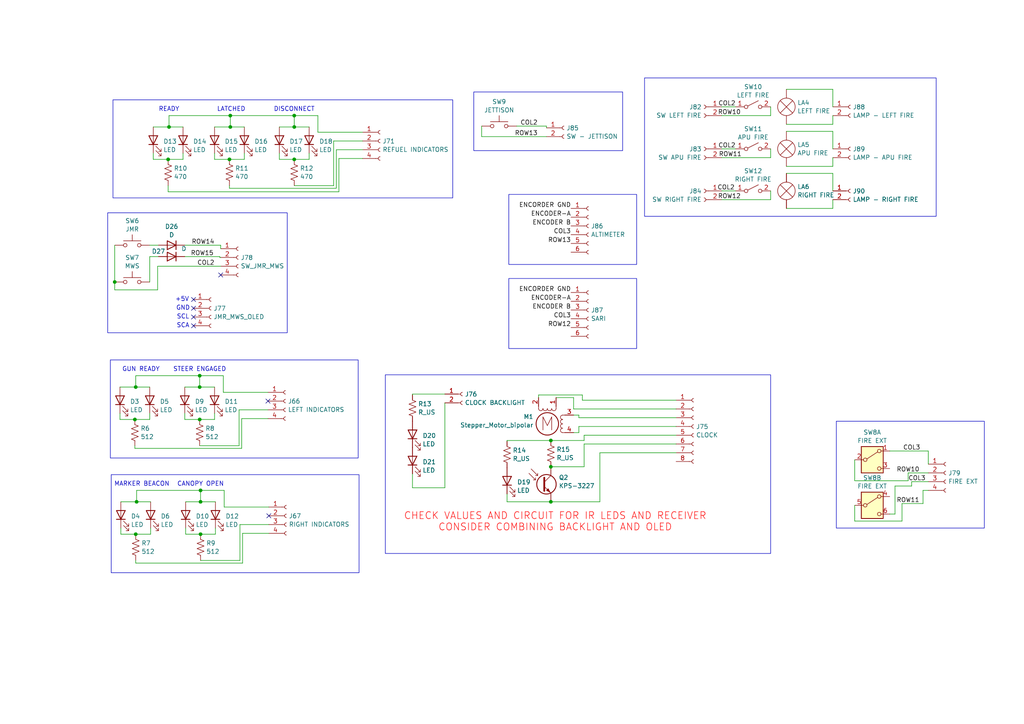
<source format=kicad_sch>
(kicad_sch (version 20231120) (generator "eeschema") (generator_version "8.0")
  (paper "A4")
  (lib_symbols
    (symbol "Connector:Conn_01x02_Socket" (pin_names (offset 1.016) hide)
      (property "Reference" "J" (at 0 2.54 0))
      (property "Value" "Conn_01x02_Socket" (at 0 -5.08 0))
      (symbol "Conn_01x02_Socket_1_1"
        (arc (start 0 -2.032) (mid -0.5058 -2.54) (end 0 -3.048) (stroke (width 0.1524)))
        (polyline (pts (xy -1.27 -2.54) (xy -0.508 -2.54)) (stroke (width 0.1524)))
        (polyline (pts (xy -1.27 0) (xy -0.508 0)) (stroke (width 0.1524)))
        (arc (start 0 0.508) (mid -0.5058 0) (end 0 -0.508) (stroke (width 0.1524)))
        (pin passive line (at -5.08 0 0) (length 3.81) (name "Pin_1") (number "1"))
        (pin passive line (at -5.08 -2.54 0) (length 3.81) (name "Pin_2") (number "2"))
      )
    )
    (symbol "Connector:Conn_01x04_Socket" (pin_names (offset 1.016) hide)
      (property "Reference" "J" (at 0 5.08 0))
      (property "Value" "Conn_01x04_Socket" (at 0 -7.62 0))
      (symbol "Conn_01x04_Socket_1_1"
        (arc (start 0 -4.572) (mid -0.5058 -5.08) (end 0 -5.588) (stroke (width 0.1524)))
        (arc (start 0 -2.032) (mid -0.5058 -2.54) (end 0 -3.048) (stroke (width 0.1524)))
        (polyline (pts (xy -1.27 -5.08) (xy -0.508 -5.08)) (stroke (width 0.1524)))
        (polyline (pts (xy -1.27 -2.54) (xy -0.508 -2.54)) (stroke (width 0.1524)))
        (polyline (pts (xy -1.27 0) (xy -0.508 0)) (stroke (width 0.1524)))
        (polyline (pts (xy -1.27 2.54) (xy -0.508 2.54)) (stroke (width 0.1524)))
        (arc (start 0 0.508) (mid -0.5058 0) (end 0 -0.508) (stroke (width 0.1524)))
        (arc (start 0 3.048) (mid -0.5058 2.54) (end 0 2.032) (stroke (width 0.1524)))
        (pin passive line (at -5.08 2.54 0) (length 3.81) (name "Pin_1") (number "1"))
        (pin passive line (at -5.08 0 0) (length 3.81) (name "Pin_2") (number "2"))
        (pin passive line (at -5.08 -2.54 0) (length 3.81) (name "Pin_3") (number "3"))
        (pin passive line (at -5.08 -5.08 0) (length 3.81) (name "Pin_4") (number "4"))
      )
    )
    (symbol "Connector:Conn_01x06_Female" (pin_names (offset 1.016) hide)
      (property "Reference" "J" (at 0 7.62 0))
      (property "Value" "Conn_01x06_Female" (at 0 -10.16 0))
      (symbol "Conn_01x06_Female_1_1"
        (arc (start 0 -7.112) (mid -0.5058 -7.62) (end 0 -8.128) (stroke (width 0.1524)))
        (arc (start 0 -4.572) (mid -0.5058 -5.08) (end 0 -5.588) (stroke (width 0.1524)))
        (arc (start 0 -2.032) (mid -0.5058 -2.54) (end 0 -3.048) (stroke (width 0.1524)))
        (polyline (pts (xy -1.27 -7.62) (xy -0.508 -7.62)) (stroke (width 0.1524)))
        (polyline (pts (xy -1.27 -5.08) (xy -0.508 -5.08)) (stroke (width 0.1524)))
        (polyline (pts (xy -1.27 -2.54) (xy -0.508 -2.54)) (stroke (width 0.1524)))
        (polyline (pts (xy -1.27 0) (xy -0.508 0)) (stroke (width 0.1524)))
        (polyline (pts (xy -1.27 2.54) (xy -0.508 2.54)) (stroke (width 0.1524)))
        (polyline (pts (xy -1.27 5.08) (xy -0.508 5.08)) (stroke (width 0.1524)))
        (arc (start 0 0.508) (mid -0.5058 0) (end 0 -0.508) (stroke (width 0.1524)))
        (arc (start 0 3.048) (mid -0.5058 2.54) (end 0 2.032) (stroke (width 0.1524)))
        (arc (start 0 5.588) (mid -0.5058 5.08) (end 0 4.572) (stroke (width 0.1524)))
        (pin passive line (at -5.08 5.08 0) (length 3.81) (name "Pin_1") (number "1"))
        (pin passive line (at -5.08 2.54 0) (length 3.81) (name "Pin_2") (number "2"))
        (pin passive line (at -5.08 0 0) (length 3.81) (name "Pin_3") (number "3"))
        (pin passive line (at -5.08 -2.54 0) (length 3.81) (name "Pin_4") (number "4"))
        (pin passive line (at -5.08 -5.08 0) (length 3.81) (name "Pin_5") (number "5"))
        (pin passive line (at -5.08 -7.62 0) (length 3.81) (name "Pin_6") (number "6"))
      )
    )
    (symbol "Connector:Conn_01x08_Socket" (pin_names (offset 1.016) hide)
      (property "Reference" "J" (at 0 10.16 0))
      (property "Value" "Conn_01x08_Socket" (at 0 -12.7 0))
      (symbol "Conn_01x08_Socket_1_1"
        (arc (start 0 -9.652) (mid -0.5058 -10.16) (end 0 -10.668) (stroke (width 0.1524)))
        (arc (start 0 -7.112) (mid -0.5058 -7.62) (end 0 -8.128) (stroke (width 0.1524)))
        (arc (start 0 -4.572) (mid -0.5058 -5.08) (end 0 -5.588) (stroke (width 0.1524)))
        (arc (start 0 -2.032) (mid -0.5058 -2.54) (end 0 -3.048) (stroke (width 0.1524)))
        (polyline (pts (xy -1.27 -10.16) (xy -0.508 -10.16)) (stroke (width 0.1524)))
        (polyline (pts (xy -1.27 -7.62) (xy -0.508 -7.62)) (stroke (width 0.1524)))
        (polyline (pts (xy -1.27 -5.08) (xy -0.508 -5.08)) (stroke (width 0.1524)))
        (polyline (pts (xy -1.27 -2.54) (xy -0.508 -2.54)) (stroke (width 0.1524)))
        (polyline (pts (xy -1.27 0) (xy -0.508 0)) (stroke (width 0.1524)))
        (polyline (pts (xy -1.27 2.54) (xy -0.508 2.54)) (stroke (width 0.1524)))
        (polyline (pts (xy -1.27 5.08) (xy -0.508 5.08)) (stroke (width 0.1524)))
        (polyline (pts (xy -1.27 7.62) (xy -0.508 7.62)) (stroke (width 0.1524)))
        (arc (start 0 0.508) (mid -0.5058 0) (end 0 -0.508) (stroke (width 0.1524)))
        (arc (start 0 3.048) (mid -0.5058 2.54) (end 0 2.032) (stroke (width 0.1524)))
        (arc (start 0 5.588) (mid -0.5058 5.08) (end 0 4.572) (stroke (width 0.1524)))
        (arc (start 0 8.128) (mid -0.5058 7.62) (end 0 7.112) (stroke (width 0.1524)))
        (pin passive line (at -5.08 7.62 0) (length 3.81) (name "Pin_1") (number "1"))
        (pin passive line (at -5.08 5.08 0) (length 3.81) (name "Pin_2") (number "2"))
        (pin passive line (at -5.08 2.54 0) (length 3.81) (name "Pin_3") (number "3"))
        (pin passive line (at -5.08 0 0) (length 3.81) (name "Pin_4") (number "4"))
        (pin passive line (at -5.08 -2.54 0) (length 3.81) (name "Pin_5") (number "5"))
        (pin passive line (at -5.08 -5.08 0) (length 3.81) (name "Pin_6") (number "6"))
        (pin passive line (at -5.08 -7.62 0) (length 3.81) (name "Pin_7") (number "7"))
        (pin passive line (at -5.08 -10.16 0) (length 3.81) (name "Pin_8") (number "8"))
      )
    )
    (symbol "Device:D" (pin_numbers hide) (pin_names (offset 1.016) hide)
      (property "Reference" "D" (at 0 2.54 0))
      (property "Value" "D" (at 0 -2.54 0))
      (symbol "D_0_1"
        (polyline (pts (xy -1.27 1.27) (xy -1.27 -1.27)) (stroke (width 0.254)))
        (polyline (pts (xy 1.27 0) (xy -1.27 0)))
        (polyline (pts (xy 1.27 1.27) (xy 1.27 -1.27) (xy -1.27 0) (xy 1.27 1.27)) (stroke (width 0.254)))
      )
      (symbol "D_1_1"
        (pin passive line (at -3.81 0 0) (length 2.54) (name "K") (number "1"))
        (pin passive line (at 3.81 0 180) (length 2.54) (name "A") (number "2"))
      )
    )
    (symbol "Device:LED" (pin_numbers hide) (pin_names (offset 1.016) hide)
      (property "Reference" "D" (at 0 2.54 0))
      (property "Value" "LED" (at 0 -2.54 0))
      (symbol "LED_0_1"
        (polyline (pts (xy -1.27 -1.27) (xy -1.27 1.27)) (stroke (width 0.254)))
        (polyline (pts (xy -1.27 0) (xy 1.27 0)))
        (polyline (pts (xy 1.27 -1.27) (xy 1.27 1.27) (xy -1.27 0) (xy 1.27 -1.27)) (stroke (width 0.254)))
        (polyline (pts (xy -3.048 -0.762) (xy -4.572 -2.286) (xy -3.81 -2.286) (xy -4.572 -2.286) (xy -4.572 -1.524)))
        (polyline (pts (xy -1.778 -0.762) (xy -3.302 -2.286) (xy -2.54 -2.286) (xy -3.302 -2.286) (xy -3.302 -1.524)))
      )
      (symbol "LED_1_1"
        (pin passive line (at -3.81 0 0) (length 2.54) (name "K") (number "1"))
        (pin passive line (at 3.81 0 180) (length 2.54) (name "A") (number "2"))
      )
    )
    (symbol "Device:Lamp" (pin_numbers hide) (pin_names (offset 0.0254) hide)
      (property "Reference" "LA" (at 0.635 3.81 0))
      (property "Value" "Lamp" (at 0.635 -3.81 0))
      (symbol "Lamp_0_1"
        (polyline (pts (xy -1.778 1.778) (xy 1.778 -1.778)))
        (polyline (pts (xy 1.778 1.778) (xy -1.778 -1.778)))
        (circle (center 0 0) (radius 2.54))
      )
      (symbol "Lamp_1_1"
        (pin passive line (at 0 -5.08 90) (length 2.54) (name "-") (number "1"))
        (pin passive line (at 0 5.08 270) (length 2.54) (name "+") (number "2"))
      )
    )
    (symbol "Device:R_US" (pin_numbers hide) (pin_names (offset 0))
      (property "Reference" "R" (at 2.54 0 90))
      (property "Value" "R_US" (at -2.54 0 90))
      (symbol "R_US_0_1"
        (polyline (pts (xy 0 -2.286) (xy 0 -2.54)))
        (polyline (pts (xy 0 2.286) (xy 0 2.54)))
        (polyline (pts (xy 0 -0.762) (xy 1.016 -1.143) (xy 0 -1.524) (xy -1.016 -1.905) (xy 0 -2.286)))
        (polyline (pts (xy 0 0.762) (xy 1.016 0.381) (xy 0 0) (xy -1.016 -0.381) (xy 0 -0.762)))
        (polyline (pts (xy 0 2.286) (xy 1.016 1.905) (xy 0 1.524) (xy -1.016 1.143) (xy 0 0.762)))
      )
      (symbol "R_US_1_1"
        (pin passive line (at 0 3.81 270) (length 1.27) (name "~") (number "1"))
        (pin passive line (at 0 -3.81 90) (length 1.27) (name "~") (number "2"))
      )
    )
    (symbol "Motor:Stepper_Motor_bipolar" (pin_names (offset 0) hide)
      (property "Reference" "M" (at 3.81 2.54 0))
      (property "Value" "Stepper_Motor_bipolar" (at 3.81 1.27 0))
      (symbol "Stepper_Motor_bipolar_0_0"
        (polyline (pts (xy -1.27 -1.778) (xy -1.27 2.032) (xy 0 -0.508) (xy 1.27 2.032) (xy 1.27 -1.778)))
      )
      (symbol "Stepper_Motor_bipolar_0_1"
        (arc (start -4.445 -2.54) (mid -3.8127 -1.905) (end -4.445 -1.27))
        (arc (start -4.445 -1.27) (mid -3.8127 -0.635) (end -4.445 0))
        (arc (start -4.445 0) (mid -3.8127 0.635) (end -4.445 1.27))
        (arc (start -4.445 1.27) (mid -3.8127 1.905) (end -4.445 2.54))
        (arc (start -2.54 4.445) (mid -1.905 3.8127) (end -1.27 4.445))
        (arc (start -1.27 4.445) (mid -0.635 3.8127) (end 0 4.445))
        (polyline (pts (xy -5.08 -2.54) (xy -4.445 -2.54)))
        (polyline (pts (xy -5.08 2.54) (xy -4.445 2.54)))
        (polyline (pts (xy -2.54 5.08) (xy -2.54 4.445)))
        (polyline (pts (xy 2.54 5.08) (xy 2.54 4.445)))
        (circle (center 0 0) (radius 3.2512) (stroke (width 0.254)))
        (arc (start 0 4.445) (mid 0.635 3.8127) (end 1.27 4.445))
        (arc (start 1.27 4.445) (mid 1.905 3.8127) (end 2.54 4.445))
      )
      (symbol "Stepper_Motor_bipolar_1_1"
        (pin passive line (at -2.54 7.62 270) (length 2.54) (name "~") (number "1"))
        (pin passive line (at 2.54 7.62 270) (length 2.54) (name "-") (number "2"))
        (pin passive line (at -7.62 2.54 0) (length 2.54) (name "~") (number "3"))
        (pin passive line (at -7.62 -2.54 0) (length 2.54) (name "~") (number "4"))
      )
    )
    (symbol "Sensor_Optical:KPS-3227" (pin_numbers hide)
      (property "Reference" "Q" (at 3.81 1.27 0))
      (property "Value" "KPS-3227" (at 7.62 -1.27 0))
      (symbol "KPS-3227_1_1"
        (circle (center -1.27 0) (radius 2.8194) (stroke (width 0.254)))
        (polyline (pts (xy -4.445 1.27) (xy -5.08 1.27)))
        (polyline (pts (xy -3.81 2.54) (xy -4.445 2.54)))
        (polyline (pts (xy -1.905 0.635) (xy 0 2.54)))
        (polyline (pts (xy -6.35 3.175) (xy -4.445 1.27) (xy -4.445 1.905)))
        (polyline (pts (xy -5.715 4.445) (xy -3.81 2.54) (xy -3.81 3.175)))
        (polyline (pts (xy -1.905 -0.635) (xy 0 -2.54) (xy 0 -2.54)))
        (polyline (pts (xy -1.905 1.905) (xy -1.905 -1.905) (xy -1.905 -1.905)) (stroke (width 0.508)))
        (polyline (pts (xy -1.27 -1.778) (xy -0.762 -1.27) (xy -0.254 -2.286) (xy -1.27 -1.778) (xy -1.27 -1.778)) (fill (type outline)))
        (pin passive line (at 0 5.08 270) (length 2.54) (name "~") (number "1"))
        (pin passive line (at 0 -5.08 90) (length 2.54) (name "~") (number "2"))
        (pin passive line (at 0 5.08 270) (length 2.54) hide (name "~") (number "3"))
        (pin passive line (at 0 -5.08 90) (length 2.54) hide (name "~") (number "4"))
      )
    )
    (symbol "Switch:SW_DPDT_x2" (pin_names (offset 0) hide)
      (property "Reference" "SW" (at 0 5.08 0))
      (property "Value" "SW_DPDT_x2" (at 0 -5.08 0))
      (symbol "SW_DPDT_x2_0_0"
        (circle (center -2.032 0) (radius 0.508))
        (circle (center 2.032 -2.54) (radius 0.508))
      )
      (symbol "SW_DPDT_x2_0_1"
        (rectangle (start -3.175 3.81) (end 3.175 -3.81) (stroke (width 0.254)) (fill (type background)))
        (polyline (pts (xy -1.524 0.254) (xy 1.5748 2.286)))
        (circle (center 2.032 2.54) (radius 0.508))
      )
      (symbol "SW_DPDT_x2_1_1"
        (pin passive line (at 5.08 2.54 180) (length 2.54) (name "A") (number "1"))
        (pin passive line (at -5.08 0 0) (length 2.54) (name "B") (number "2"))
        (pin passive line (at 5.08 -2.54 180) (length 2.54) (name "C") (number "3"))
      )
      (symbol "SW_DPDT_x2_2_1"
        (pin passive line (at 5.08 2.54 180) (length 2.54) (name "A") (number "4"))
        (pin passive line (at -5.08 0 0) (length 2.54) (name "B") (number "5"))
        (pin passive line (at 5.08 -2.54 180) (length 2.54) (name "C") (number "6"))
      )
    )
    (symbol "Switch:SW_Push" (pin_numbers hide) (pin_names (offset 1.016) hide)
      (property "Reference" "SW" (at 1.27 2.54 0))
      (property "Value" "SW_Push" (at 0 -1.524 0))
      (symbol "SW_Push_0_1"
        (circle (center -2.032 0) (radius 0.508))
        (polyline (pts (xy 0 1.27) (xy 0 3.048)))
        (polyline (pts (xy 2.54 1.27) (xy -2.54 1.27)))
        (circle (center 2.032 0) (radius 0.508))
        (pin passive line (at -5.08 0 0) (length 2.54) (name "1") (number "1"))
        (pin passive line (at 5.08 0 180) (length 2.54) (name "2") (number "2"))
      )
    )
    (symbol "Switch:SW_SPST" (pin_names (offset 0) hide)
      (property "Reference" "SW" (at 0 3.175 0))
      (property "Value" "SW_SPST" (at 0 -2.54 0))
      (symbol "SW_SPST_0_0"
        (circle (center -2.032 0) (radius 0.508))
        (polyline (pts (xy -1.524 0.254) (xy 1.524 1.778)))
        (circle (center 2.032 0) (radius 0.508))
      )
      (symbol "SW_SPST_1_1"
        (pin passive line (at -5.08 0 0) (length 2.54) (name "A") (number "1"))
        (pin passive line (at 5.08 0 180) (length 2.54) (name "B") (number "2"))
      )
    )
  )
  (junction (at 33.274 81.788))
  (junction (at 57.912 108.966))
  (junction (at 66.548 46.228))
  (junction (at 39.624 145.542))
  (junction (at 66.802 33.528))
  (junction (at 58.166 145.542))
  (junction (at 57.912 121.666))
  (junction (at 58.166 142.24))
  (junction (at 159.766 135.382))
  (junction (at 39.37 112.268))
  (junction (at 49.022 36.83))
  (junction (at 159.766 145.542))
  (junction (at 159.766 127.762))
  (junction (at 85.344 36.83))
  (junction (at 48.768 46.228))
  (junction (at 57.912 112.268))
  (junction (at 85.344 46.228))
  (junction (at 39.37 154.94))
  (junction (at 85.344 33.528))
  (junction (at 58.166 154.94))
  (junction (at 66.802 36.83))
  (junction (at 39.116 121.666))
  (no_connect (at 56.134 94.488))
  (no_connect (at 77.724 116.332))
  (no_connect (at 64.008 79.756))
  (no_connect (at 56.134 89.408))
  (no_connect (at 56.134 91.948))
  (no_connect (at 77.978 149.606))
  (no_connect (at 56.134 86.868))
  (wire (pts (xy 119.634 114.3) (xy 119.634 114.554)))
  (wire (pts (xy 98.298 55.626) (xy 48.768 55.626)))
  (wire (pts (xy 228.092 50.292) (xy 241.554 50.292)))
  (wire (pts (xy 34.798 112.268) (xy 39.37 112.268)))
  (wire (pts (xy 92.202 33.528) (xy 85.344 33.528)))
  (wire (pts (xy 85.344 46.228) (xy 81.026 46.228)))
  (wire (pts (xy 264.414 139.7) (xy 269.24 139.7)))
  (wire (pts (xy 49.022 33.528) (xy 66.802 33.528)))
  (wire (pts (xy 70.104 130.048) (xy 39.116 130.048)))
  (wire (pts (xy 241.554 60.452) (xy 241.554 57.912)))
  (wire (pts (xy 63.754 74.676) (xy 63.754 74.422)))
  (wire (pts (xy 35.052 154.94) (xy 35.052 153.162)))
  (wire (pts (xy 168.91 114.554) (xy 168.91 116.078)))
  (wire (pts (xy 49.022 36.83) (xy 53.086 36.83)))
  (wire (pts (xy 43.434 121.666) (xy 39.116 121.666)))
  (wire (pts (xy 267.716 142.24) (xy 269.24 142.24)))
  (wire (pts (xy 43.688 153.162) (xy 43.688 154.94)))
  (wire (pts (xy 261.62 151.13) (xy 261.62 146.05)))
  (wire (pts (xy 43.434 74.422) (xy 45.974 74.422)))
  (wire (pts (xy 33.274 84.074) (xy 45.72 84.074)))
  (wire (pts (xy 62.23 36.83) (xy 66.802 36.83)))
  (wire (pts (xy 58.166 142.24) (xy 39.624 142.24)))
  (wire (pts (xy 39.624 145.542) (xy 43.688 145.542)))
  (wire (pts (xy 77.724 121.412) (xy 70.104 121.412)))
  (wire (pts (xy 166.37 120.396) (xy 167.894 120.396)))
  (wire (pts (xy 69.342 129.286) (xy 57.912 129.286)))
  (wire (pts (xy 259.588 140.97) (xy 264.414 140.97)))
  (wire (pts (xy 147.066 145.542) (xy 147.066 143.256)))
  (wire (pts (xy 228.092 25.908) (xy 241.554 25.908)))
  (wire (pts (xy 57.912 112.268) (xy 62.23 112.268)))
  (wire (pts (xy 129.032 116.84) (xy 129.032 141.478)))
  (wire (pts (xy 159.766 127.762) (xy 169.418 127.762)))
  (wire (pts (xy 70.358 163.322) (xy 39.37 163.322)))
  (wire (pts (xy 48.768 46.228) (xy 44.45 46.228)))
  (wire (pts (xy 97.536 54.61) (xy 66.548 54.61)))
  (wire (pts (xy 48.768 53.848) (xy 48.768 55.626)))
  (wire (pts (xy 89.662 46.228) (xy 85.344 46.228)))
  (wire (pts (xy 49.022 33.528) (xy 49.022 36.83)))
  (wire (pts (xy 105.156 40.894) (xy 96.774 40.894)))
  (wire (pts (xy 57.912 108.966) (xy 57.912 112.268)))
  (wire (pts (xy 62.23 46.228) (xy 62.23 44.45)))
  (wire (pts (xy 45.72 77.216) (xy 64.008 77.216)))
  (wire (pts (xy 64.77 113.792) (xy 64.77 108.966)))
  (wire (pts (xy 223.52 55.372) (xy 223.52 57.912)))
  (wire (pts (xy 159.766 145.542) (xy 147.066 145.542)))
  (wire (pts (xy 156.21 115.316) (xy 156.21 114.554)))
  (wire (pts (xy 53.086 46.228) (xy 48.768 46.228)))
  (wire (pts (xy 44.45 36.83) (xy 49.022 36.83)))
  (wire (pts (xy 62.23 121.666) (xy 57.912 121.666)))
  (wire (pts (xy 43.434 119.888) (xy 43.434 121.666)))
  (wire (pts (xy 85.344 36.83) (xy 89.662 36.83)))
  (wire (pts (xy 209.296 55.372) (xy 213.36 55.372)))
  (wire (pts (xy 196.088 126.238) (xy 169.418 126.238)))
  (wire (pts (xy 39.624 142.24) (xy 39.624 145.542)))
  (wire (pts (xy 57.912 108.966) (xy 39.37 108.966)))
  (wire (pts (xy 53.594 121.666) (xy 53.594 119.888)))
  (wire (pts (xy 156.21 114.554) (xy 168.91 114.554)))
  (wire (pts (xy 264.414 140.97) (xy 264.414 139.7)))
  (wire (pts (xy 70.866 44.45) (xy 70.866 46.228)))
  (wire (pts (xy 139.7 39.624) (xy 158.496 39.624)))
  (wire (pts (xy 69.596 152.146) (xy 69.596 162.56)))
  (wire (pts (xy 63.754 74.422) (xy 53.594 74.422)))
  (wire (pts (xy 167.894 120.396) (xy 167.894 121.158)))
  (wire (pts (xy 168.91 116.078) (xy 196.088 116.078)))
  (wire (pts (xy 77.724 118.872) (xy 69.342 118.872)))
  (wire (pts (xy 169.418 135.382) (xy 159.766 135.382)))
  (wire (pts (xy 228.092 36.068) (xy 241.554 36.068)))
  (wire (pts (xy 158.496 36.576) (xy 158.496 37.084)))
  (wire (pts (xy 159.766 127.762) (xy 147.066 127.762)))
  (wire (pts (xy 173.99 131.318) (xy 173.99 145.542)))
  (wire (pts (xy 65.024 147.066) (xy 65.024 142.24)))
  (wire (pts (xy 39.37 163.322) (xy 39.37 162.56)))
  (wire (pts (xy 167.894 123.698) (xy 196.088 123.698)))
  (wire (pts (xy 105.156 38.354) (xy 92.202 38.354)))
  (wire (pts (xy 53.594 112.268) (xy 57.912 112.268)))
  (wire (pts (xy 58.166 154.94) (xy 53.848 154.94)))
  (wire (pts (xy 166.37 125.476) (xy 167.894 125.476)))
  (wire (pts (xy 166.37 118.618) (xy 196.088 118.618)))
  (wire (pts (xy 35.052 145.542) (xy 39.624 145.542)))
  (wire (pts (xy 92.202 38.354) (xy 92.202 33.528)))
  (wire (pts (xy 241.554 48.26) (xy 241.554 45.72)))
  (wire (pts (xy 223.52 43.18) (xy 223.52 45.72)))
  (wire (pts (xy 247.904 139.446) (xy 263.398 139.446)))
  (wire (pts (xy 223.52 57.912) (xy 209.296 57.912)))
  (wire (pts (xy 269.24 130.81) (xy 269.24 134.62)))
  (wire (pts (xy 43.434 71.12) (xy 45.974 71.12)))
  (wire (pts (xy 169.418 128.778) (xy 169.418 135.382)))
  (wire (pts (xy 241.554 36.068) (xy 241.554 33.528)))
  (wire (pts (xy 62.484 154.94) (xy 58.166 154.94)))
  (wire (pts (xy 129.032 114.3) (xy 119.634 114.3)))
  (wire (pts (xy 105.156 45.974) (xy 98.298 45.974)))
  (wire (pts (xy 247.904 146.558) (xy 247.904 151.13)))
  (wire (pts (xy 228.092 38.1) (xy 241.554 38.1)))
  (wire (pts (xy 62.23 119.888) (xy 62.23 121.666)))
  (wire (pts (xy 53.848 145.542) (xy 58.166 145.542)))
  (wire (pts (xy 267.716 146.05) (xy 267.716 142.24)))
  (wire (pts (xy 77.978 154.686) (xy 70.358 154.686)))
  (wire (pts (xy 247.904 151.13) (xy 261.62 151.13)))
  (wire (pts (xy 58.166 145.542) (xy 62.484 145.542)))
  (wire (pts (xy 149.86 36.576) (xy 158.496 36.576)))
  (wire (pts (xy 45.72 84.074) (xy 45.72 77.216)))
  (wire (pts (xy 258.064 149.098) (xy 259.588 149.098)))
  (wire (pts (xy 64.77 108.966) (xy 57.912 108.966)))
  (wire (pts (xy 39.37 108.966) (xy 39.37 112.268)))
  (wire (pts (xy 66.548 54.61) (xy 66.548 53.848)))
  (wire (pts (xy 70.358 154.686) (xy 70.358 163.322)))
  (wire (pts (xy 97.536 43.434) (xy 105.156 43.434)))
  (wire (pts (xy 263.398 137.16) (xy 269.24 137.16)))
  (wire (pts (xy 77.724 113.792) (xy 64.77 113.792)))
  (wire (pts (xy 263.398 139.446) (xy 263.398 137.16)))
  (wire (pts (xy 223.52 45.72) (xy 209.296 45.72)))
  (wire (pts (xy 223.52 30.988) (xy 223.52 33.528)))
  (wire (pts (xy 241.554 38.1) (xy 241.554 43.18)))
  (wire (pts (xy 66.548 46.228) (xy 62.23 46.228)))
  (wire (pts (xy 53.848 154.94) (xy 53.848 153.162)))
  (wire (pts (xy 89.662 44.45) (xy 89.662 46.228)))
  (wire (pts (xy 241.554 25.908) (xy 241.554 30.988)))
  (wire (pts (xy 261.62 146.05) (xy 267.716 146.05)))
  (wire (pts (xy 119.634 141.478) (xy 119.634 137.414)))
  (wire (pts (xy 247.904 133.35) (xy 247.904 139.446)))
  (wire (pts (xy 66.802 33.528) (xy 66.802 36.83)))
  (wire (pts (xy 39.37 112.268) (xy 43.434 112.268)))
  (wire (pts (xy 259.588 149.098) (xy 259.588 140.97)))
  (wire (pts (xy 70.104 121.412) (xy 70.104 130.048)))
  (wire (pts (xy 147.066 127.762) (xy 147.066 128.016)))
  (wire (pts (xy 39.116 121.666) (xy 34.798 121.666)))
  (wire (pts (xy 57.912 121.666) (xy 53.594 121.666)))
  (wire (pts (xy 81.026 36.83) (xy 85.344 36.83)))
  (wire (pts (xy 34.798 121.666) (xy 34.798 119.888)))
  (wire (pts (xy 63.754 74.676) (xy 64.008 74.676)))
  (wire (pts (xy 169.418 126.238) (xy 169.418 127.762)))
  (wire (pts (xy 81.026 46.228) (xy 81.026 44.45)))
  (wire (pts (xy 64.008 71.12) (xy 64.008 72.136)))
  (wire (pts (xy 70.866 46.228) (xy 66.548 46.228)))
  (wire (pts (xy 43.688 154.94) (xy 39.37 154.94)))
  (wire (pts (xy 77.978 152.146) (xy 69.596 152.146)))
  (wire (pts (xy 69.596 162.56) (xy 58.166 162.56)))
  (wire (pts (xy 228.092 48.26) (xy 241.554 48.26)))
  (wire (pts (xy 69.342 118.872) (xy 69.342 129.286)))
  (wire (pts (xy 167.894 125.476) (xy 167.894 123.698)))
  (wire (pts (xy 43.434 81.788) (xy 43.434 74.422)))
  (wire (pts (xy 258.064 130.81) (xy 269.24 130.81)))
  (wire (pts (xy 96.774 40.894) (xy 96.774 53.848)))
  (wire (pts (xy 98.298 45.974) (xy 98.298 55.626)))
  (wire (pts (xy 66.802 36.83) (xy 70.866 36.83)))
  (wire (pts (xy 96.774 53.848) (xy 85.344 53.848)))
  (wire (pts (xy 85.344 33.528) (xy 85.344 36.83)))
  (wire (pts (xy 33.274 71.12) (xy 33.274 81.788)))
  (wire (pts (xy 139.7 39.624) (xy 139.7 36.576)))
  (wire (pts (xy 196.088 128.778) (xy 169.418 128.778)))
  (wire (pts (xy 167.894 121.158) (xy 196.088 121.158)))
  (wire (pts (xy 228.092 60.452) (xy 241.554 60.452)))
  (wire (pts (xy 223.52 33.528) (xy 209.296 33.528)))
  (wire (pts (xy 39.116 130.048) (xy 39.116 129.286)))
  (wire (pts (xy 209.296 30.988) (xy 213.36 30.988)))
  (wire (pts (xy 58.166 142.24) (xy 58.166 145.542)))
  (wire (pts (xy 85.344 33.528) (xy 66.802 33.528)))
  (wire (pts (xy 97.536 43.434) (xy 97.536 54.61)))
  (wire (pts (xy 129.032 141.478) (xy 119.634 141.478)))
  (wire (pts (xy 44.45 46.228) (xy 44.45 44.45)))
  (wire (pts (xy 53.086 44.45) (xy 53.086 46.228)))
  (wire (pts (xy 159.766 145.542) (xy 173.99 145.542)))
  (wire (pts (xy 62.484 153.162) (xy 62.484 154.94)))
  (wire (pts (xy 161.29 115.316) (xy 166.37 115.316)))
  (wire (pts (xy 53.594 71.12) (xy 64.008 71.12)))
  (wire (pts (xy 166.37 115.316) (xy 166.37 118.618)))
  (wire (pts (xy 65.024 142.24) (xy 58.166 142.24)))
  (wire (pts (xy 33.274 81.788) (xy 33.274 84.074)))
  (wire (pts (xy 77.978 147.066) (xy 65.024 147.066)))
  (wire (pts (xy 39.37 154.94) (xy 35.052 154.94)))
  (wire (pts (xy 209.296 43.18) (xy 213.36 43.18)))
  (wire (pts (xy 241.554 50.292) (xy 241.554 55.372)))
  (wire (pts (xy 196.088 131.318) (xy 173.99 131.318)))
  (rectangle (start 111.76 108.712) (end 223.52 160.528))
  (rectangle (start 32.258 137.668) (end 104.14 166.116))
  (rectangle (start 242.57 122.174) (end 285.496 153.162))
  (rectangle (start 147.574 80.772) (end 184.658 101.092))
  (rectangle (start 32.766 28.956) (end 131.318 57.404))
  (rectangle (start 147.574 56.388) (end 184.658 76.708))
  (rectangle (start 186.944 22.606) (end 271.526 62.738))
  (rectangle (start 32.004 104.394) (end 103.886 132.842))
  (rectangle (start 31.242 61.722) (end 83.312 96.52))
  (rectangle (start 137.414 26.67) (end 180.594 43.688))
  (text "GUN READY" (at 40.894 107.188 0) (effects (font (size 1.27 1.27))))
  (text "CHECK VALUES AND CIRCUIT FOR IR LEDS AND RECEIVER\nCONSIDER COMBINING BACKLIGHT AND OLED" (at 161.036 151.384 0) (effects (font (size 2.032 2.032))))
  (text "+5V" (at 52.832 86.868 0) (effects (font (size 1.27 1.27))))
  (text "DISCONNECT" (at 85.344 31.75 0) (effects (font (size 1.27 1.27))))
  (text "LATCHED" (at 67.056 31.75 0) (effects (font (size 1.27 1.27))))
  (text "SCL" (at 53.086 91.948 0) (effects (font (size 1.27 1.27))))
  (text "GND" (at 53.086 89.408 0) (effects (font (size 1.27 1.27))))
  (text "SCA" (at 53.086 94.488 0) (effects (font (size 1.27 1.27))))
  (text "READY" (at 49.022 31.75 0) (effects (font (size 1.27 1.27))))
  (text "CANOPY OPEN" (at 58.166 140.462 0) (effects (font (size 1.27 1.27))))
  (text "STEER ENGAGED" (at 57.912 107.188 0) (effects (font (size 1.27 1.27))))
  (text "MARKER BEACON" (at 41.148 140.462 0) (effects (font (size 1.27 1.27))))
  (label "COL2" (at 213.36 30.988 180))
  (label "COL3" (at 165.608 92.456 180))
  (label "ENCORDER GND" (at 165.608 84.836 180))
  (label "ENCODER B" (at 165.608 89.916 180))
  (label "ROW14" (at 62.23 71.12 180))
  (label "ROW13" (at 155.956 39.624 180))
  (label "COL3" (at 266.954 130.81 180))
  (label "COL3" (at 165.608 68.072 180))
  (label "ENCODER B" (at 165.608 65.532 180))
  (label "ROW10" (at 266.7 137.16 180))
  (label "ENCORDER GND" (at 165.608 60.452 180))
  (label "COL3" (at 268.478 139.7 180))
  (label "ENCODER-A" (at 165.608 62.992 180))
  (label "ROW12" (at 214.884 57.912 180))
  (label "ROW11" (at 266.7 146.05 180))
  (label "ROW11" (at 215.138 45.72 180))
  (label "COL2" (at 155.956 36.576 180))
  (label "COL2" (at 213.36 43.18 180))
  (label "ROW10" (at 214.884 33.528 180))
  (label "COL2" (at 213.106 55.372 180))
  (label "ENCODER-A" (at 165.608 87.376 180))
  (label "ROW12" (at 165.608 94.996 180))
  (label "ROW15" (at 61.976 74.422 180))
  (label "COL2" (at 62.23 77.216 180))
  (label "ROW13" (at 165.608 70.612 180))
  (symbol (lib_id "Device:R_US") (at 57.912 125.476 0) (unit 1) (in_bom no) (on_board no)
    (property "Reference" "R8" (at 59.563 124.2638 0) (effects (justify left)))
    (property "Value" "512" (at 59.563 126.6881 0) (effects (justify left)))
    (property "Description" "Resistor, US symbol" (effects (hide yes)))
  )
  (symbol (lib_id "Device:LED") (at 147.066 139.446 90) (unit 1)
    (property "Reference" "D19" (at 149.987 139.8213 90) (effects (justify right)))
    (property "Value" "LED" (at 149.987 142.2456 90) (effects (justify right)))
    (property "Description" "Light emitting diode" (effects (hide yes)))
  )
  (symbol (lib_id "Device:R_US") (at 119.634 118.364 0) (unit 1)
    (property "Reference" "R13" (at 121.285 117.1518 0) (effects (justify left)))
    (property "Value" "R_US" (at 121.285 119.5761 0) (effects (justify left)))
    (property "Description" "Resistor, US symbol" (effects (hide yes)))
  )
  (symbol (lib_id "Device:LED") (at 44.45 40.64 90) (unit 1) (in_bom no) (on_board no)
    (property "Reference" "D13" (at 47.371 41.0153 90) (effects (justify right)))
    (property "Value" "LED" (at 47.371 43.4396 90) (effects (justify right)))
    (property "Description" "Light emitting diode" (effects (hide yes)))
  )
  (symbol (lib_id "Device:Lamp") (at 228.092 43.18 0) (unit 1) (in_bom no) (on_board no)
    (property "Reference" "LA5" (at 231.267 41.9678 0) (effects (justify left)))
    (property "Value" "APU FIRE" (at 231.267 44.3921 0) (effects (justify left)))
    (property "Description" "Lamp" (effects (hide yes)))
  )
  (symbol (lib_id "Connector:Conn_01x02_Socket") (at 163.576 37.084 0) (unit 1) (in_bom no) (on_board no)
    (property "Reference" "J85" (at 164.2872 37.1418 0) (effects (justify left)))
    (property "Value" "SW - JETTISON" (at 164.2872 39.5661 0) (effects (justify left)))
    (property "Description" "Generic connector, single row, 01x02, script generated" (effects (hide yes)))
  )
  (symbol (lib_id "Connector:Conn_01x02_Socket") (at 204.216 55.372 0) (mirror y) (unit 1) (in_bom no) (on_board no)
    (property "Reference" "J84" (at 203.5048 55.4298 0) (effects (justify left)))
    (property "Value" "SW RIGHT FIRE" (at 203.5048 57.8541 0) (effects (justify left)))
    (property "Description" "Generic connector, single row, 01x02, script generated" (effects (hide yes)))
  )
  (symbol (lib_id "Connector:Conn_01x04_Socket") (at 274.32 137.16 0) (unit 1) (in_bom no) (on_board no)
    (property "Reference" "J79" (at 275.0312 137.2178 0) (effects (justify left)))
    (property "Value" "FIRE EXT" (at 275.0312 139.6421 0) (effects (justify left)))
    (property "Footprint" "Connector_Molex:Molex_KK-254_AE-6410-04A_1x04_P2.54mm_Vertical" (effects (hide yes)))
    (property "Description" "Generic connector, single row, 01x04, script generated" (effects (hide yes)))
  )
  (symbol (lib_id "Connector:Conn_01x02_Socket") (at 246.634 43.18 0) (unit 1) (in_bom no) (on_board no)
    (property "Reference" "J89" (at 247.3452 43.2378 0) (effects (justify left)))
    (property "Value" "LAMP - APU FIRE" (at 247.3452 45.6621 0) (effects (justify left)))
    (property "Description" "Generic connector, single row, 01x02, script generated" (effects (hide yes)))
  )
  (symbol (lib_id "Device:Lamp") (at 228.092 55.372 0) (unit 1) (in_bom no) (on_board no)
    (property "Reference" "LA6" (at 231.267 54.1598 0) (effects (justify left)))
    (property "Value" "RIGHT FIRE" (at 231.267 56.5841 0) (effects (justify left)))
    (property "Description" "Lamp" (effects (hide yes)))
  )
  (symbol (lib_id "Device:R_US") (at 85.344 50.038 0) (unit 1) (in_bom no) (on_board no)
    (property "Reference" "R12" (at 86.995 48.8258 0) (effects (justify left)))
    (property "Value" "470" (at 86.995 51.2501 0) (effects (justify left)))
    (property "Description" "Resistor, US symbol" (effects (hide yes)))
  )
  (symbol (lib_id "Switch:SW_SPST") (at 218.44 30.988 0) (unit 1) (in_bom no) (on_board no)
    (property "Reference" "SW10" (at 218.44 25.1925 0))
    (property "Value" "LEFT FIRE" (at 218.44 27.6168 0))
    (property "Footprint" "Connector_Molex:Molex_KK-254_AE-6410-02A_1x02_P2.54mm_Vertical" (effects (hide yes)))
    (property "Description" "Single Pole Single Throw (SPST) switch" (effects (hide yes)))
  )
  (symbol (lib_id "Switch:SW_Push") (at 144.78 36.576 0) (unit 1) (in_bom no) (on_board no)
    (property "Reference" "SW9" (at 144.78 29.5105 0))
    (property "Value" "JETTISON" (at 144.78 31.9348 0))
    (property "Description" "Push button switch, generic, two pins" (effects (hide yes)))
  )
  (symbol (lib_id "Device:D") (at 49.784 71.12 180) (unit 1) (in_bom no) (on_board no)
    (property "Reference" "D26" (at 49.784 65.7055 0))
    (property "Value" "D" (at 49.784 68.1298 0))
    (property "Description" "Diode" (effects (hide yes)))
    (property "Sim.Device" "D" (effects (hide yes)))
    (property "Sim.Pins" "1=K 2=A" (effects (hide yes)))
  )
  (symbol (lib_id "Sensor_Optical:KPS-3227") (at 159.766 140.462 0) (unit 1)
    (property "Reference" "Q2" (at 162.0774 138.5005 0) (effects (justify left)))
    (property "Value" "KPS-3227" (at 162.0774 140.9248 0) (effects (justify left)))
    (property "Footprint" "OptoDevice:Kingbright_KPS-3227" (effects (hide yes)))
    (property "Datasheet" "https://www.kingbright.com/attachments/file/psearch/000/00/00/KPS-3227SP1C(Ver.16).pdf" (effects (hide yes)))
    (property "Description" "Ambient light NPN phototransistor, KPS-3227" (effects (hide yes)))
  )
  (symbol (lib_id "Switch:SW_DPDT_x2") (at 252.984 146.558 0) (unit 2) (in_bom no) (on_board no)
    (property "Reference" "SW8" (at 252.984 138.6035 0))
    (property "Value" "FIRE EXT" (at 252.984 141.0278 0))
    (property "Description" "Switch, dual pole double throw, separate symbols" (effects (hide yes)))
  )
  (symbol (lib_id "Device:R_US") (at 39.37 158.75 0) (unit 1) (in_bom no) (on_board no)
    (property "Reference" "R7" (at 41.021 157.5378 0) (effects (justify left)))
    (property "Value" "512" (at 41.021 159.9621 0) (effects (justify left)))
    (property "Description" "Resistor, US symbol" (effects (hide yes)))
  )
  (symbol (lib_id "Device:LED") (at 119.634 125.984 90) (unit 1)
    (property "Reference" "D20" (at 122.555 126.3593 90) (effects (justify right)))
    (property "Value" "LED" (at 122.555 128.7836 90) (effects (justify right)))
    (property "Description" "Light emitting diode" (effects (hide yes)))
  )
  (symbol (lib_id "Device:R_US") (at 39.116 125.476 0) (unit 1) (in_bom no) (on_board no)
    (property "Reference" "R6" (at 40.767 124.2638 0) (effects (justify left)))
    (property "Value" "512" (at 40.767 126.6881 0) (effects (justify left)))
    (property "Description" "Resistor, US symbol" (effects (hide yes)))
  )
  (symbol (lib_id "Device:LED") (at 62.23 116.078 90) (unit 1) (in_bom no) (on_board no)
    (property "Reference" "D11" (at 65.151 116.4533 90) (effects (justify right)))
    (property "Value" "LED" (at 65.151 118.8776 90) (effects (justify right)))
    (property "Description" "Light emitting diode" (effects (hide yes)))
  )
  (symbol (lib_id "Connector:Conn_01x04_Socket") (at 83.058 149.606 0) (unit 1) (in_bom no) (on_board no)
    (property "Reference" "J67" (at 83.7692 149.6638 0) (effects (justify left)))
    (property "Value" "RIGHT INDICATORS" (at 83.7692 152.0881 0) (effects (justify left)))
    (property "Footprint" "Connector_Molex:Molex_KK-254_AE-6410-04A_1x04_P2.54mm_Vertical" (effects (hide yes)))
    (property "Description" "Generic connector, single row, 01x04, script generated" (effects (hide yes)))
  )
  (symbol (lib_id "Switch:SW_DPDT_x2") (at 252.984 133.35 0) (unit 1) (in_bom no) (on_board no)
    (property "Reference" "SW8" (at 252.984 125.3955 0))
    (property "Value" "FIRE EXT" (at 252.984 127.8198 0))
    (property "Description" "Switch, dual pole double throw, separate symbols" (effects (hide yes)))
  )
  (symbol (lib_id "Device:LED") (at 53.848 149.352 90) (unit 1) (in_bom no) (on_board no)
    (property "Reference" "D10" (at 56.769 149.7273 90) (effects (justify right)))
    (property "Value" "LED" (at 56.769 152.1516 90) (effects (justify right)))
    (property "Description" "Light emitting diode" (effects (hide yes)))
  )
  (symbol (lib_id "Device:LED") (at 35.052 149.352 90) (unit 1) (in_bom no) (on_board no)
    (property "Reference" "D4" (at 37.973 149.7273 90) (effects (justify right)))
    (property "Value" "LED" (at 37.973 152.1516 90) (effects (justify right)))
    (property "Description" "Light emitting diode" (effects (hide yes)))
  )
  (symbol (lib_id "Connector:Conn_01x04_Socket") (at 69.088 74.676 0) (unit 1) (in_bom no) (on_board no)
    (property "Reference" "J78" (at 69.7992 74.7338 0) (effects (justify left)))
    (property "Value" "SW_JMR_MWS" (at 69.7992 77.1581 0) (effects (justify left)))
    (property "Footprint" "Connector_Molex:Molex_KK-254_AE-6410-04A_1x04_P2.54mm_Vertical" (effects (hide yes)))
    (property "Description" "Generic connector, single row, 01x04, script generated" (effects (hide yes)))
  )
  (symbol (lib_id "Connector:Conn_01x02_Socket") (at 246.634 55.372 0) (unit 1) (in_bom no) (on_board no)
    (property "Reference" "J90" (at 247.3452 55.4298 0) (effects (justify left)))
    (property "Value" "LAMP - RIGHT FIRE" (at 247.3452 57.8541 0) (effects (justify left)))
    (property "Description" "Generic connector, single row, 01x02, script generated" (effects (hide yes)))
  )
  (symbol (lib_id "Connector:Conn_01x06_Female") (at 170.688 89.916 0) (unit 1) (in_bom no) (on_board no)
    (property "Reference" "J87" (at 171.3992 89.9738 0) (effects (justify left)))
    (property "Value" "SARI" (at 171.3992 92.3981 0) (effects (justify left)))
    (property "Footprint" "Connector_Molex:Molex_KK-254_AE-6410-06A_1x06_P2.54mm_Vertical" (effects (hide yes)))
  )
  (symbol (lib_id "Device:R_US") (at 48.768 50.038 0) (unit 1) (in_bom no) (on_board no)
    (property "Reference" "R10" (at 50.419 48.8258 0) (effects (justify left)))
    (property "Value" "470" (at 50.419 51.2501 0) (effects (justify left)))
    (property "Description" "Resistor, US symbol" (effects (hide yes)))
  )
  (symbol (lib_id "Device:R_US") (at 66.548 50.038 0) (unit 1) (in_bom no) (on_board no)
    (property "Reference" "R11" (at 68.199 48.8258 0) (effects (justify left)))
    (property "Value" "470" (at 68.199 51.2501 0) (effects (justify left)))
    (property "Description" "Resistor, US symbol" (effects (hide yes)))
  )
  (symbol (lib_id "Device:LED") (at 43.434 116.078 90) (unit 1) (in_bom no) (on_board no)
    (property "Reference" "D5" (at 46.355 116.4533 90) (effects (justify right)))
    (property "Value" "LED" (at 46.355 118.8776 90) (effects (justify right)))
    (property "Description" "Light emitting diode" (effects (hide yes)))
  )
  (symbol (lib_id "Device:LED") (at 34.798 116.078 90) (unit 1) (in_bom no) (on_board no)
    (property "Reference" "D3" (at 37.719 116.4533 90) (effects (justify right)))
    (property "Value" "LED" (at 37.719 118.8776 90) (effects (justify right)))
    (property "Description" "Light emitting diode" (effects (hide yes)))
  )
  (symbol (lib_id "Device:R_US") (at 147.066 131.826 0) (unit 1)
    (property "Reference" "R14" (at 148.717 130.6138 0) (effects (justify left)))
    (property "Value" "R_US" (at 148.717 133.0381 0) (effects (justify left)))
    (property "Description" "Resistor, US symbol" (effects (hide yes)))
  )
  (symbol (lib_id "Motor:Stepper_Motor_bipolar") (at 158.75 122.936 0) (mirror y) (unit 1)
    (property "Reference" "M1" (at 154.7368 120.8729 0) (effects (justify left)))
    (property "Value" "Stepper_Motor_bipolar" (at 154.7368 123.2972 0) (effects (justify left)))
    (property "Datasheet" "http://www.infineon.com/dgdl/Application-Note-TLE8110EE_driving_UniPolarStepperMotor_V1.1.pdf?fileId=db3a30431be39b97011be5d0aa0a00b0" (effects (hide yes)))
    (property "Description" "4-wire bipolar stepper motor" (effects (hide yes)))
  )
  (symbol (lib_id "Device:LED") (at 43.688 149.352 90) (unit 1) (in_bom no) (on_board no)
    (property "Reference" "D6" (at 46.609 149.7273 90) (effects (justify right)))
    (property "Value" "LED" (at 46.609 152.1516 90) (effects (justify right)))
    (property "Description" "Light emitting diode" (effects (hide yes)))
  )
  (symbol (lib_id "Device:LED") (at 62.484 149.352 90) (unit 1) (in_bom no) (on_board no)
    (property "Reference" "D12" (at 65.405 149.7273 90) (effects (justify right)))
    (property "Value" "LED" (at 65.405 152.1516 90) (effects (justify right)))
    (property "Description" "Light emitting diode" (effects (hide yes)))
  )
  (symbol (lib_id "Device:D") (at 49.784 74.422 180) (unit 1) (in_bom no) (on_board no)
    (property "Reference" "D27" (at 45.974 72.898 0))
    (property "Value" "D" (at 53.34 72.136 0))
    (property "Description" "Diode" (effects (hide yes)))
    (property "Sim.Device" "D" (effects (hide yes)))
    (property "Sim.Pins" "1=K 2=A" (effects (hide yes)))
  )
  (symbol (lib_id "Device:LED") (at 119.634 133.604 90) (unit 1)
    (property "Reference" "D21" (at 122.555 133.9793 90) (effects (justify right)))
    (property "Value" "LED" (at 122.555 136.4036 90) (effects (justify right)))
    (property "Description" "Light emitting diode" (effects (hide yes)))
  )
  (symbol (lib_id "Switch:SW_Push") (at 38.354 71.12 0) (unit 1) (in_bom no) (on_board no)
    (property "Reference" "SW6" (at 38.354 64.0545 0))
    (property "Value" "JMR" (at 38.354 66.4788 0))
    (property "Description" "Push button switch, generic, two pins" (effects (hide yes)))
  )
  (symbol (lib_id "Device:R_US") (at 159.766 131.572 0) (unit 1)
    (property "Reference" "R15" (at 161.417 130.3598 0) (effects (justify left)))
    (property "Value" "R_US" (at 161.417 132.7841 0) (effects (justify left)))
    (property "Description" "Resistor, US symbol" (effects (hide yes)))
  )
  (symbol (lib_id "Device:LED") (at 53.594 116.078 90) (unit 1) (in_bom no) (on_board no)
    (property "Reference" "D9" (at 56.515 116.4533 90) (effects (justify right)))
    (property "Value" "LED" (at 56.515 118.8776 90) (effects (justify right)))
    (property "Description" "Light emitting diode" (effects (hide yes)))
  )
  (symbol (lib_id "Connector:Conn_01x06_Female") (at 170.688 65.532 0) (unit 1) (in_bom no) (on_board no)
    (property "Reference" "J86" (at 171.3992 65.5898 0) (effects (justify left)))
    (property "Value" "ALTIMETER" (at 171.3992 68.0141 0) (effects (justify left)))
    (property "Footprint" "Connector_Molex:Molex_KK-254_AE-6410-06A_1x06_P2.54mm_Vertical" (effects (hide yes)))
  )
  (symbol (lib_id "Device:Lamp") (at 228.092 30.988 0) (unit 1) (in_bom no) (on_board no)
    (property "Reference" "LA4" (at 231.267 29.7758 0) (effects (justify left)))
    (property "Value" "LEFT FIRE" (at 231.267 32.2001 0) (effects (justify left)))
    (property "Description" "Lamp" (effects (hide yes)))
  )
  (symbol (lib_id "Switch:SW_SPST") (at 218.44 55.372 0) (unit 1) (in_bom no) (on_board no)
    (property "Reference" "SW12" (at 218.44 49.5765 0))
    (property "Value" "RIGHT FIRE" (at 218.44 52.0008 0))
    (property "Footprint" "Connector_Molex:Molex_KK-254_AE-6410-02A_1x02_P2.54mm_Vertical" (effects (hide yes)))
    (property "Description" "Single Pole Single Throw (SPST) switch" (effects (hide yes)))
  )
  (symbol (lib_id "Connector:Conn_01x04_Socket") (at 110.236 40.894 0) (unit 1) (in_bom no) (on_board no)
    (property "Reference" "J71" (at 110.9472 40.9518 0) (effects (justify left)))
    (property "Value" "REFUEL INDICATORS" (at 110.9472 43.3761 0) (effects (justify left)))
    (property "Footprint" "Connector_Molex:Molex_KK-254_AE-6410-04A_1x04_P2.54mm_Vertical" (effects (hide yes)))
    (property "Description" "Generic connector, single row, 01x04, script generated" (effects (hide yes)))
  )
  (symbol (lib_id "Connector:Conn_01x02_Socket") (at 134.112 114.3 0) (unit 1)
    (property "Reference" "J76" (at 134.8232 114.3578 0) (effects (justify left)))
    (property "Value" "CLOCK BACKLIGHT" (at 134.8232 116.7821 0) (effects (justify left)))
    (property "Description" "Generic connector, single row, 01x02, script generated" (effects (hide yes)))
  )
  (symbol (lib_id "Connector:Conn_01x02_Socket") (at 204.216 30.988 0) (mirror y) (unit 1) (in_bom no) (on_board no)
    (property "Reference" "J82" (at 203.5048 31.0458 0) (effects (justify left)))
    (property "Value" "SW LEFT FIRE" (at 203.5048 33.4701 0) (effects (justify left)))
    (property "Description" "Generic connector, single row, 01x02, script generated" (effects (hide yes)))
  )
  (symbol (lib_id "Device:LED") (at 53.086 40.64 90) (unit 1) (in_bom no) (on_board no)
    (property "Reference" "D14" (at 56.007 41.0153 90) (effects (justify right)))
    (property "Value" "LED" (at 56.007 43.4396 90) (effects (justify right)))
    (property "Description" "Light emitting diode" (effects (hide yes)))
  )
  (symbol (lib_id "Connector:Conn_01x04_Socket") (at 82.804 116.332 0) (unit 1) (in_bom no) (on_board no)
    (property "Reference" "J66" (at 83.5152 116.3898 0) (effects (justify left)))
    (property "Value" "LEFT INDICATORS" (at 83.5152 118.8141 0) (effects (justify left)))
    (property "Footprint" "Connector_Molex:Molex_KK-254_AE-6410-04A_1x04_P2.54mm_Vertical" (effects (hide yes)))
    (property "Description" "Generic connector, single row, 01x04, script generated" (effects (hide yes)))
  )
  (symbol (lib_id "Device:LED") (at 70.866 40.64 90) (unit 1) (in_bom no) (on_board no)
    (property "Reference" "D16" (at 73.787 41.0153 90) (effects (justify right)))
    (property "Value" "LED" (at 73.787 43.4396 90) (effects (justify right)))
    (property "Description" "Light emitting diode" (effects (hide yes)))
  )
  (symbol (lib_id "Device:LED") (at 81.026 40.64 90) (unit 1) (in_bom no) (on_board no)
    (property "Reference" "D17" (at 83.947 41.0153 90) (effects (justify right)))
    (property "Value" "LED" (at 83.947 43.4396 90) (effects (justify right)))
    (property "Description" "Light emitting diode" (effects (hide yes)))
  )
  (symbol (lib_id "Connector:Conn_01x04_Socket") (at 61.214 89.408 0) (unit 1) (in_bom no) (on_board no)
    (property "Reference" "J77" (at 61.9252 89.4658 0) (effects (justify left)))
    (property "Value" "JMR_MWS_OLED" (at 61.9252 91.8901 0) (effects (justify left)))
    (property "Footprint" "Connector_Molex:Molex_KK-254_AE-6410-04A_1x04_P2.54mm_Vertical" (effects (hide yes)))
    (property "Description" "Generic connector, single row, 01x04, script generated" (effects (hide yes)))
  )
  (symbol (lib_id "Device:LED") (at 89.662 40.64 90) (unit 1) (in_bom no) (on_board no)
    (property "Reference" "D18" (at 92.583 41.0153 90) (effects (justify right)))
    (property "Value" "LED" (at 92.583 43.4396 90) (effects (justify right)))
    (property "Description" "Light emitting diode" (effects (hide yes)))
  )
  (symbol (lib_id "Connector:Conn_01x02_Socket") (at 246.634 30.988 0) (unit 1) (in_bom no) (on_board no)
    (property "Reference" "J88" (at 247.3452 31.0458 0) (effects (justify left)))
    (property "Value" "LAMP - LEFT FIRE" (at 247.3452 33.4701 0) (effects (justify left)))
    (property "Description" "Generic connector, single row, 01x02, script generated" (effects (hide yes)))
  )
  (symbol (lib_id "Connector:Conn_01x08_Socket") (at 201.168 123.698 0) (unit 1)
    (property "Reference" "J75" (at 201.8792 123.7558 0) (effects (justify left)))
    (property "Value" "CLOCK" (at 201.8792 126.1801 0) (effects (justify left)))
    (property "Description" "Generic connector, single row, 01x08, script generated" (effects (hide yes)))
  )
  (symbol (lib_id "Switch:SW_SPST") (at 218.44 43.18 0) (unit 1) (in_bom no) (on_board no)
    (property "Reference" "SW11" (at 218.44 37.3845 0))
    (property "Value" "APU FIRE" (at 218.44 39.8088 0))
    (property "Footprint" "Connector_Molex:Molex_KK-254_AE-6410-02A_1x02_P2.54mm_Vertical" (effects (hide yes)))
    (property "Description" "Single Pole Single Throw (SPST) switch" (effects (hide yes)))
  )
  (symbol (lib_id "Device:LED") (at 62.23 40.64 90) (unit 1) (in_bom no) (on_board no)
    (property "Reference" "D15" (at 65.151 41.0153 90) (effects (justify right)))
    (property "Value" "LED" (at 65.151 43.4396 90) (effects (justify right)))
    (property "Description" "Light emitting diode" (effects (hide yes)))
  )
  (symbol (lib_id "Connector:Conn_01x02_Socket") (at 204.216 43.18 0) (mirror y) (unit 1) (in_bom no) (on_board no)
    (property "Reference" "J83" (at 203.5048 43.2378 0) (effects (justify left)))
    (property "Value" "SW APU FIRE" (at 203.5048 45.6621 0) (effects (justify left)))
    (property "Description" "Generic connector, single row, 01x02, script generated" (effects (hide yes)))
  )
  (symbol (lib_id "Switch:SW_Push") (at 38.354 81.788 0) (unit 1) (in_bom no) (on_board no)
    (property "Reference" "SW7" (at 38.354 74.7225 0))
    (property "Value" "MWS" (at 38.354 77.1468 0))
    (property "Description" "Push button switch, generic, two pins" (effects (hide yes)))
  )
  (symbol (lib_id "Device:R_US") (at 58.166 158.75 0) (unit 1) (in_bom no) (on_board no)
    (property "Reference" "R9" (at 59.817 157.5378 0) (effects (justify left)))
    (property "Value" "512" (at 59.817 159.9621 0) (effects (justify left)))
    (property "Description" "Resistor, US symbol" (effects (hide yes)))
  )
)
</source>
